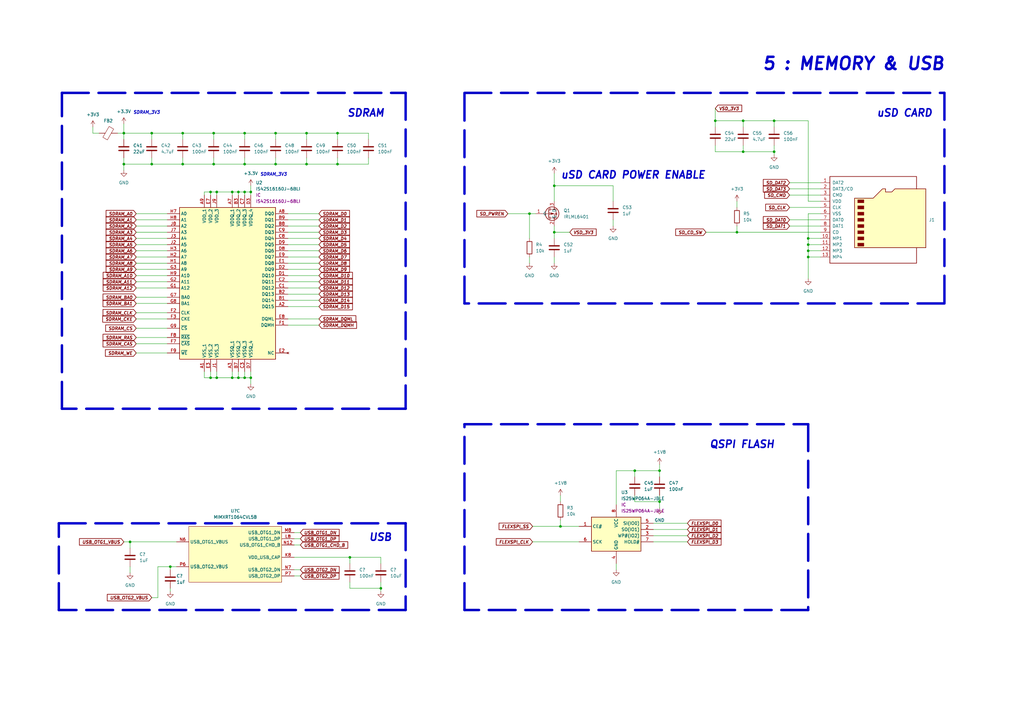
<source format=kicad_sch>
(kicad_sch (version 20211123) (generator eeschema)
  (paper "A3")
  (title_block (title "Memory & USB") (date "2023-05-19") (rev "0") (company "Soundsom"))
  (junction (at 125.73 54.61))
  (junction (at 102.87 78.74))
  (junction (at 143.51 228.6))
  (junction (at 270.51 205.74))
  (junction (at 74.93 67.31))
  (junction (at 95.25 154.94))
  (junction (at 87.63 67.31))
  (junction (at 62.23 67.31))
  (junction (at 74.93 54.61))
  (junction (at 88.9 78.74))
  (junction (at 229.87 215.9))
  (junction (at 331.47 100.33))
  (junction (at 217.17 87.63))
  (junction (at 156.21 241.3))
  (junction (at 97.79 154.94))
  (junction (at 331.47 102.87))
  (junction (at 317.5 62.23))
  (junction (at 102.87 154.94))
  (junction (at 331.47 97.79))
  (junction (at 62.23 54.61))
  (junction (at 86.36 78.74))
  (junction (at 87.63 54.61))
  (junction (at 100.33 67.31))
  (junction (at 331.47 105.41))
  (junction (at 227.33 95.25))
  (junction (at 304.8 62.23))
  (junction (at 138.43 67.31))
  (junction (at 302.26 95.25))
  (junction (at 113.03 67.31))
  (junction (at 95.25 78.74))
  (junction (at 50.8 67.31))
  (junction (at 125.73 67.31))
  (junction (at 50.8 54.61))
  (junction (at 100.33 54.61))
  (junction (at 260.35 193.04))
  (junction (at 317.5 49.53))
  (junction (at 53.34 222.25))
  (junction (at 304.8 49.53))
  (junction (at 138.43 54.61))
  (junction (at 227.33 76.2))
  (junction (at 270.51 193.04))
  (junction (at 97.79 78.74))
  (junction (at 88.9 154.94))
  (junction (at 293.37 49.53))
  (junction (at 100.33 154.94))
  (junction (at 113.03 54.61))
  (junction (at 86.36 154.94))
  (junction (at 100.33 78.74))
  (junction (at 69.85 232.41))
  (wire (pts (xy 156.21 231.14) (xy 156.21 228.6)))
  (wire (pts (xy 97.79 78.74) (xy 100.33 78.74)))
  (wire (pts (xy 120.65 228.6) (xy 143.51 228.6)))
  (wire (pts (xy 260.35 193.04) (xy 260.35 195.58)))
  (wire (pts (xy 95.25 78.74) (xy 95.25 80.01)))
  (wire (pts (xy 323.85 85.09) (xy 336.55 85.09)))
  (wire (pts (xy 74.93 67.31) (xy 62.23 67.31)))
  (wire (pts (xy 302.26 82.55) (xy 302.26 85.09)))
  (wire (pts (xy 55.88 90.17) (xy 68.58 90.17)))
  (wire (pts (xy 50.8 50.8) (xy 50.8 54.61)))
  (wire (pts (xy 95.25 78.74) (xy 97.79 78.74)))
  (wire (pts (xy 48.26 54.61) (xy 50.8 54.61)))
  (wire (pts (xy 260.35 205.74) (xy 270.51 205.74)))
  (wire (pts (xy 87.63 67.31) (xy 87.63 64.77)))
  (wire (pts (xy 251.46 82.55) (xy 251.46 76.2)))
  (wire (pts (xy 227.33 76.2) (xy 227.33 82.55)))
  (wire (pts (xy 227.33 92.71) (xy 227.33 95.25)))
  (wire (pts (xy 62.23 54.61) (xy 74.93 54.61)))
  (wire (pts (xy 267.97 219.71) (xy 281.94 219.71)))
  (wire (pts (xy 55.88 130.81) (xy 68.58 130.81)))
  (polyline (pts (xy 190.5 124.46) (xy 190.5 38.1)) (stroke (width 1)))
  (wire (pts (xy 55.88 105.41) (xy 68.58 105.41)))
  (wire (pts (xy 40.64 54.61) (xy 38.1 54.61)))
  (wire (pts (xy 97.79 78.74) (xy 97.79 80.01)))
  (wire (pts (xy 267.97 222.25) (xy 281.94 222.25)))
  (wire (pts (xy 87.63 54.61) (xy 87.63 57.15)))
  (wire (pts (xy 304.8 59.69) (xy 304.8 62.23)))
  (wire (pts (xy 100.33 78.74) (xy 100.33 80.01)))
  (polyline (pts (xy 331.47 250.19) (xy 190.5 250.19)) (stroke (width 1)))
  (wire (pts (xy 118.11 100.33) (xy 130.81 100.33)))
  (polyline (pts (xy 25.4 38.1) (xy 166.37 38.1)) (stroke (width 1)))
  (wire (pts (xy 125.73 67.31) (xy 113.03 67.31)))
  (wire (pts (xy 62.23 245.11) (xy 64.77 245.11)))
  (wire (pts (xy 55.88 134.62) (xy 68.58 134.62)))
  (wire (pts (xy 55.88 92.71) (xy 68.58 92.71)))
  (wire (pts (xy 102.87 154.94) (xy 102.87 157.48)))
  (wire (pts (xy 229.87 203.2) (xy 229.87 205.74)))
  (wire (pts (xy 100.33 67.31) (xy 100.33 64.77)))
  (wire (pts (xy 55.88 115.57) (xy 68.58 115.57)))
  (wire (pts (xy 229.87 215.9) (xy 229.87 213.36)))
  (wire (pts (xy 74.93 54.61) (xy 87.63 54.61)))
  (wire (pts (xy 55.88 128.27) (xy 68.58 128.27)))
  (wire (pts (xy 53.34 222.25) (xy 72.39 222.25)))
  (wire (pts (xy 138.43 67.31) (xy 125.73 67.31)))
  (wire (pts (xy 270.51 193.04) (xy 260.35 193.04)))
  (wire (pts (xy 86.36 152.4) (xy 86.36 154.94)))
  (wire (pts (xy 323.85 92.71) (xy 336.55 92.71)))
  (wire (pts (xy 55.88 107.95) (xy 68.58 107.95)))
  (wire (pts (xy 120.65 236.22) (xy 123.19 236.22)))
  (wire (pts (xy 317.5 59.69) (xy 317.5 62.23)))
  (wire (pts (xy 97.79 154.94) (xy 100.33 154.94)))
  (wire (pts (xy 74.93 54.61) (xy 74.93 57.15)))
  (wire (pts (xy 88.9 78.74) (xy 95.25 78.74)))
  (wire (pts (xy 88.9 78.74) (xy 88.9 80.01)))
  (wire (pts (xy 218.44 222.25) (xy 237.49 222.25)))
  (wire (pts (xy 118.11 125.73) (xy 130.81 125.73)))
  (polyline (pts (xy 24.13 214.63) (xy 166.37 214.63)) (stroke (width 1)))
  (wire (pts (xy 336.55 87.63) (xy 331.47 87.63)))
  (wire (pts (xy 97.79 152.4) (xy 97.79 154.94)))
  (wire (pts (xy 55.88 144.78) (xy 68.58 144.78)))
  (polyline (pts (xy 190.5 250.19) (xy 190.5 173.99)) (stroke (width 1)))
  (wire (pts (xy 83.82 80.01) (xy 83.82 78.74)))
  (wire (pts (xy 113.03 67.31) (xy 113.03 64.77)))
  (wire (pts (xy 331.47 100.33) (xy 336.55 100.33)))
  (wire (pts (xy 102.87 76.2) (xy 102.87 78.74)))
  (wire (pts (xy 118.11 110.49) (xy 130.81 110.49)))
  (wire (pts (xy 69.85 241.3) (xy 69.85 242.57)))
  (wire (pts (xy 118.11 90.17) (xy 130.81 90.17)))
  (wire (pts (xy 323.85 74.93) (xy 336.55 74.93)))
  (polyline (pts (xy 166.37 38.1) (xy 166.37 167.64)) (stroke (width 1)))
  (wire (pts (xy 55.88 138.43) (xy 68.58 138.43)))
  (wire (pts (xy 83.82 78.74) (xy 86.36 78.74)))
  (wire (pts (xy 50.8 222.25) (xy 53.34 222.25)))
  (wire (pts (xy 336.55 82.55) (xy 331.47 82.55)))
  (wire (pts (xy 138.43 54.61) (xy 151.13 54.61)))
  (wire (pts (xy 331.47 100.33) (xy 331.47 102.87)))
  (wire (pts (xy 302.26 92.71) (xy 302.26 95.25)))
  (wire (pts (xy 323.85 80.01) (xy 336.55 80.01)))
  (wire (pts (xy 208.28 87.63) (xy 217.17 87.63)))
  (wire (pts (xy 267.97 217.17) (xy 281.94 217.17)))
  (wire (pts (xy 218.44 215.9) (xy 229.87 215.9)))
  (wire (pts (xy 118.11 87.63) (xy 130.81 87.63)))
  (wire (pts (xy 227.33 95.25) (xy 233.68 95.25)))
  (wire (pts (xy 87.63 54.61) (xy 100.33 54.61)))
  (wire (pts (xy 125.73 67.31) (xy 125.73 64.77)))
  (wire (pts (xy 217.17 105.41) (xy 217.17 107.95)))
  (wire (pts (xy 86.36 78.74) (xy 86.36 80.01)))
  (wire (pts (xy 331.47 87.63) (xy 331.47 97.79)))
  (wire (pts (xy 156.21 228.6) (xy 143.51 228.6)))
  (wire (pts (xy 88.9 154.94) (xy 95.25 154.94)))
  (wire (pts (xy 64.77 232.41) (xy 64.77 245.11)))
  (wire (pts (xy 156.21 241.3) (xy 156.21 242.57)))
  (wire (pts (xy 251.46 76.2) (xy 227.33 76.2)))
  (wire (pts (xy 317.5 62.23) (xy 317.5 63.5)))
  (wire (pts (xy 69.85 232.41) (xy 72.39 232.41)))
  (wire (pts (xy 113.03 54.61) (xy 113.03 57.15)))
  (polyline (pts (xy 25.4 167.64) (xy 25.4 38.1)) (stroke (width 1)))
  (wire (pts (xy 151.13 67.31) (xy 138.43 67.31)))
  (wire (pts (xy 62.23 54.61) (xy 62.23 57.15)))
  (wire (pts (xy 120.65 233.68) (xy 123.19 233.68)))
  (wire (pts (xy 118.11 120.65) (xy 130.81 120.65)))
  (wire (pts (xy 64.77 232.41) (xy 69.85 232.41)))
  (wire (pts (xy 331.47 105.41) (xy 331.47 114.3)))
  (wire (pts (xy 55.88 124.46) (xy 68.58 124.46)))
  (wire (pts (xy 55.88 100.33) (xy 68.58 100.33)))
  (wire (pts (xy 118.11 105.41) (xy 130.81 105.41)))
  (wire (pts (xy 50.8 54.61) (xy 50.8 57.15)))
  (wire (pts (xy 113.03 54.61) (xy 125.73 54.61)))
  (wire (pts (xy 95.25 154.94) (xy 97.79 154.94)))
  (wire (pts (xy 270.51 205.74) (xy 270.51 208.28)))
  (wire (pts (xy 95.25 152.4) (xy 95.25 154.94)))
  (wire (pts (xy 55.88 113.03) (xy 68.58 113.03)))
  (wire (pts (xy 53.34 222.25) (xy 53.34 224.79)))
  (wire (pts (xy 331.47 105.41) (xy 336.55 105.41)))
  (wire (pts (xy 151.13 64.77) (xy 151.13 67.31)))
  (wire (pts (xy 138.43 54.61) (xy 138.43 57.15)))
  (wire (pts (xy 74.93 67.31) (xy 74.93 64.77)))
  (wire (pts (xy 69.85 232.41) (xy 69.85 233.68)))
  (wire (pts (xy 102.87 152.4) (xy 102.87 154.94)))
  (polyline (pts (xy 190.5 173.99) (xy 331.47 173.99)) (stroke (width 1)))
  (wire (pts (xy 227.33 71.12) (xy 227.33 76.2)))
  (polyline (pts (xy 387.35 124.46) (xy 190.5 124.46)) (stroke (width 1)))
  (wire (pts (xy 55.88 121.92) (xy 68.58 121.92)))
  (wire (pts (xy 323.85 77.47) (xy 336.55 77.47)))
  (wire (pts (xy 293.37 49.53) (xy 304.8 49.53)))
  (wire (pts (xy 118.11 133.35) (xy 130.81 133.35)))
  (wire (pts (xy 270.51 203.2) (xy 270.51 205.74)))
  (wire (pts (xy 87.63 67.31) (xy 74.93 67.31)))
  (wire (pts (xy 289.56 95.25) (xy 302.26 95.25)))
  (polyline (pts (xy 331.47 173.99) (xy 331.47 250.19)) (stroke (width 1)))
  (wire (pts (xy 55.88 95.25) (xy 68.58 95.25)))
  (wire (pts (xy 227.33 95.25) (xy 227.33 97.79)))
  (wire (pts (xy 125.73 54.61) (xy 125.73 57.15)))
  (wire (pts (xy 55.88 87.63) (xy 68.58 87.63)))
  (wire (pts (xy 55.88 97.79) (xy 68.58 97.79)))
  (wire (pts (xy 293.37 59.69) (xy 293.37 62.23)))
  (wire (pts (xy 118.11 130.81) (xy 130.81 130.81)))
  (wire (pts (xy 293.37 44.45) (xy 293.37 49.53)))
  (wire (pts (xy 118.11 115.57) (xy 130.81 115.57)))
  (wire (pts (xy 302.26 95.25) (xy 336.55 95.25)))
  (wire (pts (xy 50.8 67.31) (xy 50.8 64.77)))
  (wire (pts (xy 100.33 67.31) (xy 87.63 67.31)))
  (wire (pts (xy 100.33 54.61) (xy 100.33 57.15)))
  (wire (pts (xy 118.11 97.79) (xy 130.81 97.79)))
  (wire (pts (xy 143.51 231.14) (xy 143.51 228.6)))
  (wire (pts (xy 50.8 67.31) (xy 50.8 69.85)))
  (polyline (pts (xy 190.5 38.1) (xy 387.35 38.1)) (stroke (width 1)))
  (wire (pts (xy 100.33 54.61) (xy 113.03 54.61)))
  (wire (pts (xy 143.51 238.76) (xy 143.51 241.3)))
  (wire (pts (xy 143.51 241.3) (xy 156.21 241.3)))
  (wire (pts (xy 293.37 49.53) (xy 293.37 52.07)))
  (wire (pts (xy 120.65 218.44) (xy 123.19 218.44)))
  (wire (pts (xy 251.46 90.17) (xy 251.46 92.71)))
  (wire (pts (xy 118.11 118.11) (xy 130.81 118.11)))
  (wire (pts (xy 83.82 152.4) (xy 83.82 154.94)))
  (wire (pts (xy 237.49 215.9) (xy 229.87 215.9)))
  (wire (pts (xy 304.8 49.53) (xy 304.8 52.07)))
  (wire (pts (xy 331.47 97.79) (xy 336.55 97.79)))
  (wire (pts (xy 55.88 102.87) (xy 68.58 102.87)))
  (wire (pts (xy 260.35 203.2) (xy 260.35 205.74)))
  (polyline (pts (xy 166.37 167.64) (xy 25.4 167.64)) (stroke (width 1)))
  (wire (pts (xy 118.11 95.25) (xy 130.81 95.25)))
  (wire (pts (xy 125.73 54.61) (xy 138.43 54.61)))
  (polyline (pts (xy 166.37 214.63) (xy 166.37 250.19)) (stroke (width 1)))
  (wire (pts (xy 118.11 107.95) (xy 130.81 107.95)))
  (wire (pts (xy 156.21 238.76) (xy 156.21 241.3)))
  (wire (pts (xy 252.73 231.14) (xy 252.73 233.68)))
  (wire (pts (xy 304.8 62.23) (xy 317.5 62.23)))
  (wire (pts (xy 86.36 154.94) (xy 88.9 154.94)))
  (wire (pts (xy 50.8 54.61) (xy 62.23 54.61)))
  (wire (pts (xy 331.47 97.79) (xy 331.47 100.33)))
  (wire (pts (xy 100.33 152.4) (xy 100.33 154.94)))
  (wire (pts (xy 88.9 152.4) (xy 88.9 154.94)))
  (wire (pts (xy 102.87 78.74) (xy 102.87 80.01)))
  (wire (pts (xy 55.88 140.97) (xy 68.58 140.97)))
  (wire (pts (xy 331.47 49.53) (xy 317.5 49.53)))
  (wire (pts (xy 120.65 220.98) (xy 123.19 220.98)))
  (wire (pts (xy 217.17 87.63) (xy 219.71 87.63)))
  (wire (pts (xy 252.73 193.04) (xy 260.35 193.04)))
  (wire (pts (xy 38.1 54.61) (xy 38.1 52.07)))
  (wire (pts (xy 113.03 67.31) (xy 100.33 67.31)))
  (wire (pts (xy 304.8 49.53) (xy 317.5 49.53)))
  (wire (pts (xy 270.51 195.58) (xy 270.51 193.04)))
  (wire (pts (xy 55.88 118.11) (xy 68.58 118.11)))
  (wire (pts (xy 53.34 232.41) (xy 53.34 234.95)))
  (wire (pts (xy 118.11 92.71) (xy 130.81 92.71)))
  (wire (pts (xy 62.23 67.31) (xy 50.8 67.31)))
  (wire (pts (xy 252.73 207.01) (xy 252.73 193.04)))
  (wire (pts (xy 331.47 49.53) (xy 331.47 82.55)))
  (wire (pts (xy 267.97 214.63) (xy 281.94 214.63)))
  (wire (pts (xy 62.23 67.31) (xy 62.23 64.77)))
  (wire (pts (xy 331.47 102.87) (xy 331.47 105.41)))
  (wire (pts (xy 100.33 78.74) (xy 102.87 78.74)))
  (wire (pts (xy 118.11 102.87) (xy 130.81 102.87)))
  (wire (pts (xy 118.11 113.03) (xy 130.81 113.03)))
  (wire (pts (xy 331.47 102.87) (xy 336.55 102.87)))
  (wire (pts (xy 323.85 90.17) (xy 336.55 90.17)))
  (polyline (pts (xy 387.35 38.1) (xy 387.35 124.46)) (stroke (width 1)))
  (polyline (pts (xy 166.37 250.19) (xy 24.13 250.19)) (stroke (width 1)))
  (wire (pts (xy 120.65 223.52) (xy 123.19 223.52)))
  (wire (pts (xy 138.43 67.31) (xy 138.43 64.77)))
  (wire (pts (xy 293.37 62.23) (xy 304.8 62.23)))
  (wire (pts (xy 83.82 154.94) (xy 86.36 154.94)))
  (wire (pts (xy 118.11 123.19) (xy 130.81 123.19)))
  (wire (pts (xy 270.51 190.5) (xy 270.51 193.04)))
  (wire (pts (xy 151.13 54.61) (xy 151.13 57.15)))
  (wire (pts (xy 86.36 78.74) (xy 88.9 78.74)))
  (wire (pts (xy 217.17 87.63) (xy 217.17 97.79)))
  (wire (pts (xy 227.33 105.41) (xy 227.33 107.95)))
  (wire (pts (xy 100.33 154.94) (xy 102.87 154.94)))
  (wire (pts (xy 55.88 110.49) (xy 68.58 110.49)))
  (polyline (pts (xy 24.13 250.19) (xy 24.13 214.63)) (stroke (width 1)))
  (wire (pts (xy 317.5 52.07) (xy 317.5 49.53)))
  (text "QSPI FLASH" (at 290.83 184.15 0) (effects (font (size 3 3) bold italic) (justify left bottom)))
  (text "uSD CARD POWER ENABLE" (at 229.87 73.66 0) (effects (font (size 3 3) bold italic) (justify left bottom)))
  (text "SDRAM" (at 142.24 48.26 0) (effects (font (size 3 3) bold italic) (justify left bottom)))
  (text "5 : MEMORY & USB" (at 312.42 29.21 0) (effects (font (size 5 5) bold italic) (justify left bottom)))
  (text "uSD CARD" (at 359.41 48.26 0) (effects (font (size 3 3) bold italic) (justify left bottom)))
  (text "USB" (at 151.13 222.25 0) (effects (font (size 3 3) bold italic) (justify left bottom)))
  (text "SDRAM_3V3" (at 54.61 46.99 0) (effects (font (size 1.27 1.27) (thickness 0.254) bold italic) (justify left bottom)))
  (text "SDRAM_3V3" (at 106.68 72.39 0) (effects (font (size 1.27 1.27) (thickness 0.254) bold italic) (justify left bottom)))
  (global_label "SDRAM_D13" (shape input) (at 130.81 120.65 0) (effects (font (thickness 0.254) bold italic)) (property "Intersheet References" "${INTERSHEET_REFS}" (effects hide)))
  (global_label "SD_DAT2" (shape input) (at 323.85 74.93 180) (effects (font (thickness 0.254) bold italic)) (property "Intersheet References" "${INTERSHEET_REFS}" (effects hide)))
  (global_label "VSD_3V3" (shape input) (at 293.37 44.45 0) (effects (font bold italic)) (property "Intersheet References" "${INTERSHEET_REFS}" (effects hide)))
  (global_label "SDRAM_DQMH" (shape input) (at 130.81 133.35 0) (effects (font (thickness 0.254) bold italic)) (property "Intersheet References" "${INTERSHEET_REFS}" (effects hide)))
  (global_label "SDRAM_CLK" (shape input) (at 55.88 128.27 180) (effects (font (thickness 0.254) bold italic)) (property "Intersheet References" "${INTERSHEET_REFS}" (effects hide)))
  (global_label "SDRAM_D8" (shape input) (at 130.81 107.95 0) (effects (font (thickness 0.254) bold italic)) (property "Intersheet References" "${INTERSHEET_REFS}" (effects hide)))
  (global_label "SDRAM_CKE" (shape input) (at 55.88 130.81 180) (effects (font (thickness 0.254) bold italic)) (property "Intersheet References" "${INTERSHEET_REFS}" (effects hide)))
  (global_label "SD_PWREN" (shape input) (at 208.28 87.63 180) (effects (font bold italic)) (property "Intersheet References" "${INTERSHEET_REFS}" (effects hide)))
  (global_label "SDRAM_D0" (shape input) (at 130.81 87.63 0) (effects (font (thickness 0.254) bold italic)) (property "Intersheet References" "${INTERSHEET_REFS}" (effects hide)))
  (global_label "SDRAM_CAS" (shape input) (at 55.88 140.97 180) (effects (font (thickness 0.254) bold italic)) (property "Intersheet References" "${INTERSHEET_REFS}" (effects hide)))
  (global_label "USB_OTG1_DP" (shape input) (at 123.19 220.98 0) (effects (font bold italic)) (property "Intersheet References" "${INTERSHEET_REFS}" (effects hide)))
  (global_label "SDRAM_D4" (shape input) (at 130.81 97.79 0) (effects (font (thickness 0.254) bold italic)) (property "Intersheet References" "${INTERSHEET_REFS}" (effects hide)))
  (global_label "FLEXSPI_D1" (shape input) (at 281.94 217.17 0) (effects (font (thickness 0.254) bold italic)) (property "Intersheet References" "${INTERSHEET_REFS}" (effects hide)))
  (global_label "SDRAM_D7" (shape input) (at 130.81 105.41 0) (effects (font (thickness 0.254) bold italic)) (property "Intersheet References" "${INTERSHEET_REFS}" (effects hide)))
  (global_label "SD_DAT0" (shape input) (at 323.85 90.17 180) (effects (font (thickness 0.254) bold italic)) (property "Intersheet References" "${INTERSHEET_REFS}" (effects hide)))
  (global_label "SDRAM_D6" (shape input) (at 130.81 102.87 0) (effects (font (thickness 0.254) bold italic)) (property "Intersheet References" "${INTERSHEET_REFS}" (effects hide)))
  (global_label "SDRAM_BA1" (shape input) (at 55.88 124.46 180) (effects (font (thickness 0.254) bold italic)) (property "Intersheet References" "${INTERSHEET_REFS}" (effects hide)))
  (global_label "SD_CLK" (shape input) (at 323.85 85.09 180) (effects (font (thickness 0.254) bold italic)) (property "Intersheet References" "${INTERSHEET_REFS}" (effects hide)))
  (global_label "FLEXSPI_CLK" (shape input) (at 218.44 222.25 180) (effects (font (thickness 0.254) bold italic)) (property "Intersheet References" "${INTERSHEET_REFS}" (effects hide)))
  (global_label "SDRAM_D9" (shape input) (at 130.81 110.49 0) (effects (font (thickness 0.254) bold italic)) (property "Intersheet References" "${INTERSHEET_REFS}" (effects hide)))
  (global_label "USB_OTG1_CHD_B" (shape input) (at 123.19 223.52 0) (effects (font bold italic)) (property "Intersheet References" "${INTERSHEET_REFS}" (effects hide)))
  (global_label "USB_OTG1_DN" (shape input) (at 123.19 218.44 0) (effects (font bold italic)) (property "Intersheet References" "${INTERSHEET_REFS}" (effects hide)))
  (global_label "FLEXSPI_D0" (shape input) (at 281.94 214.63 0) (effects (font (thickness 0.254) bold italic)) (property "Intersheet References" "${INTERSHEET_REFS}" (effects hide)))
  (global_label "SDRAM_CS" (shape input) (at 55.88 134.62 180) (effects (font (thickness 0.254) bold italic)) (property "Intersheet References" "${INTERSHEET_REFS}" (effects hide)))
  (global_label "SDRAM_D11" (shape input) (at 130.81 115.57 0) (effects (font (thickness 0.254) bold italic)) (property "Intersheet References" "${INTERSHEET_REFS}" (effects hide)))
  (global_label "SDRAM_D3" (shape input) (at 130.81 95.25 0) (effects (font (thickness 0.254) bold italic)) (property "Intersheet References" "${INTERSHEET_REFS}" (effects hide)))
  (global_label "SDRAM_A11" (shape input) (at 55.88 115.57 180) (effects (font (thickness 0.254) bold italic)) (property "Intersheet References" "${INTERSHEET_REFS}" (effects hide)))
  (global_label "SDRAM_D5" (shape input) (at 130.81 100.33 0) (effects (font (thickness 0.254) bold italic)) (property "Intersheet References" "${INTERSHEET_REFS}" (effects hide)))
  (global_label "SDRAM_RAS" (shape input) (at 55.88 138.43 180) (effects (font (thickness 0.254) bold italic)) (property "Intersheet References" "${INTERSHEET_REFS}" (effects hide)))
  (global_label "SD_DAT3" (shape input) (at 323.85 77.47 180) (effects (font (thickness 0.254) bold italic)) (property "Intersheet References" "${INTERSHEET_REFS}" (effects hide)))
  (global_label "SDRAM_WE" (shape input) (at 55.88 144.78 180) (effects (font (thickness 0.254) bold italic)) (property "Intersheet References" "${INTERSHEET_REFS}" (effects hide)))
  (global_label "SDRAM_A0" (shape input) (at 55.88 87.63 180) (effects (font (thickness 0.254) bold italic)) (property "Intersheet References" "${INTERSHEET_REFS}" (effects hide)))
  (global_label "SDRAM_A1" (shape input) (at 55.88 90.17 180) (effects (font (thickness 0.254) bold italic)) (property "Intersheet References" "${INTERSHEET_REFS}" (effects hide)))
  (global_label "VSD_3V3" (shape input) (at 233.68 95.25 0) (effects (font bold italic)) (property "Intersheet References" "${INTERSHEET_REFS}" (effects hide)))
  (global_label "SDRAM_A3" (shape input) (at 55.88 95.25 180) (effects (font (thickness 0.254) bold italic)) (property "Intersheet References" "${INTERSHEET_REFS}" (effects hide)))
  (global_label "SDRAM_A12" (shape input) (at 55.88 118.11 180) (effects (font (thickness 0.254) bold italic)) (property "Intersheet References" "${INTERSHEET_REFS}" (effects hide)))
  (global_label "SDRAM_A9" (shape input) (at 55.88 110.49 180) (effects (font (thickness 0.254) bold italic)) (property "Intersheet References" "${INTERSHEET_REFS}" (effects hide)))
  (global_label "SDRAM_A4" (shape input) (at 55.88 97.79 180) (effects (font (thickness 0.254) bold italic)) (property "Intersheet References" "${INTERSHEET_REFS}" (effects hide)))
  (global_label "SDRAM_D15" (shape input) (at 130.81 125.73 0) (effects (font (thickness 0.254) bold italic)) (property "Intersheet References" "${INTERSHEET_REFS}" (effects hide)))
  (global_label "USB_OTG2_VBUS" (shape input) (at 62.23 245.11 180) (effects (font bold italic)) (property "Intersheet References" "${INTERSHEET_REFS}" (effects hide)))
  (global_label "USB_OTG2_DP" (shape input) (at 123.19 236.22 0) (effects (font bold italic)) (property "Intersheet References" "${INTERSHEET_REFS}" (effects hide)))
  (global_label "SD_DAT1" (shape input) (at 323.85 92.71 180) (effects (font (thickness 0.254) bold italic)) (property "Intersheet References" "${INTERSHEET_REFS}" (effects hide)))
  (global_label "SD_CMD" (shape input) (at 323.85 80.01 180) (effects (font (thickness 0.254) bold italic)) (property "Intersheet References" "${INTERSHEET_REFS}" (effects hide)))
  (global_label "SDRAM_D1" (shape input) (at 130.81 90.17 0) (effects (font (thickness 0.254) bold italic)) (property "Intersheet References" "${INTERSHEET_REFS}" (effects hide)))
  (global_label "SDRAM_A2" (shape input) (at 55.88 92.71 180) (effects (font (thickness 0.254) bold italic)) (property "Intersheet References" "${INTERSHEET_REFS}" (effects hide)))
  (global_label "FLEXSPI_SS" (shape input) (at 218.44 215.9 180) (effects (font (thickness 0.254) bold italic)) (property "Intersheet References" "${INTERSHEET_REFS}" (effects hide)))
  (global_label "SDRAM_D2" (shape input) (at 130.81 92.71 0) (effects (font (thickness 0.254) bold italic)) (property "Intersheet References" "${INTERSHEET_REFS}" (effects hide)))
  (global_label "SDRAM_A7" (shape input) (at 55.88 105.41 180) (effects (font (thickness 0.254) bold italic)) (property "Intersheet References" "${INTERSHEET_REFS}" (effects hide)))
  (global_label "USB_OTG1_VBUS" (shape input) (at 50.8 222.25 180) (effects (font bold italic)) (property "Intersheet References" "${INTERSHEET_REFS}" (effects hide)))
  (global_label "SDRAM_A10" (shape input) (at 55.88 113.03 180) (effects (font (thickness 0.254) bold italic)) (property "Intersheet References" "${INTERSHEET_REFS}" (effects hide)))
  (global_label "SD_CD_SW" (shape input) (at 289.56 95.25 180) (effects (font bold italic)) (property "Intersheet References" "${INTERSHEET_REFS}" (effects hide)))
  (global_label "USB_OTG2_DN" (shape input) (at 123.19 233.68 0) (effects (font bold italic)) (property "Intersheet References" "${INTERSHEET_REFS}" (effects hide)))
  (global_label "SDRAM_BA0" (shape input) (at 55.88 121.92 180) (effects (font (thickness 0.254) bold italic)) (property "Intersheet References" "${INTERSHEET_REFS}" (effects hide)))
  (global_label "FLEXSPI_D3" (shape input) (at 281.94 222.25 0) (effects (font (thickness 0.254) bold italic)) (property "Intersheet References" "${INTERSHEET_REFS}" (effects hide)))
  (global_label "SDRAM_D10" (shape input) (at 130.81 113.03 0) (effects (font (thickness 0.254) bold italic)) (property "Intersheet References" "${INTERSHEET_REFS}" (effects hide)))
  (global_label "SDRAM_A6" (shape input) (at 55.88 102.87 180) (effects (font (thickness 0.254) bold italic)) (property "Intersheet References" "${INTERSHEET_REFS}" (effects hide)))
  (global_label "SDRAM_A8" (shape input) (at 55.88 107.95 180) (effects (font (thickness 0.254) bold italic)) (property "Intersheet References" "${INTERSHEET_REFS}" (effects hide)))
  (global_label "FLEXSPI_D2" (shape input) (at 281.94 219.71 0) (effects (font (thickness 0.254) bold italic)) (property "Intersheet References" "${INTERSHEET_REFS}" (effects hide)))
  (global_label "SDRAM_D12" (shape input) (at 130.81 118.11 0) (effects (font (thickness 0.254) bold italic)) (property "Intersheet References" "${INTERSHEET_REFS}" (effects hide)))
  (global_label "SDRAM_DQML" (shape input) (at 130.81 130.81 0) (effects (font (thickness 0.254) bold italic)) (property "Intersheet References" "${INTERSHEET_REFS}" (effects hide)))
  (global_label "SDRAM_D14" (shape input) (at 130.81 123.19 0) (effects (font (thickness 0.254) bold italic)) (property "Intersheet References" "${INTERSHEET_REFS}" (effects hide)))
  (global_label "SDRAM_A5" (shape input) (at 55.88 100.33 180) (effects (font (thickness 0.254) bold italic)) (property "Intersheet References" "${INTERSHEET_REFS}" (effects hide)))
  (symbol (lib_id "MIMXRT1064 MCU Module:CL05A105KA5NQNC") (at 69.85 237.49 0) (unit 1)
    (property "Reference" "C?" (at 72.39 236.22 0) (effects (justify left)))
    (property "Value" "1uF" (at 72.39 238.76 0) (effects (justify left)))
    (property "Footprint" "MIMXRT1064 MCU Module:0402_CL05A105KA5NQNC" (effects hide))
  )
  (symbol (lib_id "MIMXRT1064 MCU Module:CL05B104KB54PNC") (at 113.03 60.96 0) (unit 1)
    (property "Reference" "C48" (at 116.84 59.6899 0) (effects (justify left)))
    (property "Value" "100nF" (at 116.84 62.2299 0) (effects (justify left)))
    (property "Footprint" "MIMXRT1064 MCU Module:0402_CL05B104KB54PNC" (effects hide))
  )
  (symbol (lib_id "MIMXRT1064 MCU Module:CL05B104KB54PNC") (at 270.51 199.39 0) (unit 1)
    (property "Reference" "C47" (at 274.32 198.1199 0) (effects (justify left)))
    (property "Value" "100nF" (at 274.32 200.6599 0) (effects (justify left)))
    (property "Footprint" "MIMXRT1064 MCU Module:0402_CL05B104KB54PNC" (effects hide))
  )
  (symbol (lib_id "MIMXRT1064 MCU Module:CL05B104KB54PNC") (at 143.51 234.95 0) (unit 1)
    (property "Reference" "C?" (at 147.32 233.6799 0) (effects (justify left)))
    (property "Value" "100nF" (at 147.32 236.2199 0) (effects (justify left)))
    (property "Footprint" "MIMXRT1064 MCU Module:0402_CL05B104KB54PNC" (effects hide))
  )
  (symbol (lib_id "power:GND") (at 270.51 208.28 0) (unit 1)
    (property "Reference" "#PWR039" (effects hide))
    (property "Value" "GND" (at 270.51 213.36 0))
  )
  (symbol (lib_id "MIMXRT1064 MCU Module:CL05B104KB54PNC") (at 151.13 60.96 0) (unit 1)
    (property "Reference" "C51" (at 154.94 59.6899 0) (effects (justify left)))
    (property "Value" "100nF" (at 154.94 62.2299 0) (effects (justify left)))
    (property "Footprint" "MIMXRT1064 MCU Module:0402_CL05B104KB54PNC" (effects hide))
  )
  (symbol (lib_id "MIMXRT1064 MCU Module:CL05B104KB54PNC") (at 317.5 55.88 0) (unit 1)
    (property "Reference" "C56" (at 321.31 54.6099 0) (effects (justify left)))
    (property "Value" "100nF" (at 321.31 57.1499 0) (effects (justify left)))
    (property "Footprint" "MIMXRT1064 MCU Module:0402_CL05B104KB54PNC" (effects hide))
  )
  (symbol (lib_id "power:GND") (at 50.8 69.85 0) (unit 1)
    (property "Reference" "#PWR033" (effects hide))
    (property "Value" "GND" (at 50.8 74.93 0))
  )
  (symbol (lib_id "MIMXRT1064 MCU Module:CL05A105KA5NQNC") (at 260.35 199.39 0) (unit 1)
    (property "Reference" "C45" (at 264.16 198.1199 0) (effects (justify left)))
    (property "Value" "1uF" (at 264.16 200.6599 0) (effects (justify left)))
    (property "Footprint" "MIMXRT1064 MCU Module:0402_CL05A105KA5NQNC" (effects hide))
  )
  (symbol (lib_id "MIMXRT1064 MCU Module:CL05B104KB54PNC") (at 74.93 60.96 0) (unit 1)
    (property "Reference" "C43" (at 78.74 59.6899 0) (effects (justify left)))
    (property "Value" "100nF" (at 78.74 62.2299 0) (effects (justify left)))
    (property "Footprint" "MIMXRT1064 MCU Module:0402_CL05B104KB54PNC" (effects hide))
  )
  (symbol (lib_id "MIMXRT1064 MCU Module:IRLML6401") (at 227.33 87.63 0) (unit 1)
    (property "Reference" "Q1" (at 231.14 86.3599 0) (effects (justify left)))
    (property "Value" "IRLML6401" (at 231.14 88.8999 0) (effects (justify left)))
    (property "Footprint" "MIMXRT1064 MCU Module:IRLML6401" (effects hide))
  )
  (symbol (lib_id "MIMXRT1064 MCU Module:0402WGF1002TCE") (at 217.17 101.6 0) (unit 1)
    (property "Reference" "R4" (at 219.71 100.3299 0) (effects (justify left)))
    (property "Value" "10k" (at 219.71 102.8699 0) (effects (justify left)))
    (property "Footprint" "MIMXRT1064 MCU Module:0402WGF1002TCE" (effects hide))
  )
  (symbol (lib_id "MIMXRT1064 MCU Module:CL10A226MQ8NRNC") (at 50.8 60.96 0) (unit 1)
    (property "Reference" "C41" (at 54.61 59.6899 0) (effects (justify left)))
    (property "Value" "22uF" (at 54.61 62.2299 0) (effects (justify left)))
    (property "Footprint" "MIMXRT1064 MCU Module:0603_CL10A226MQ8NRNC" (effects hide))
  )
  (symbol (lib_id "power:GND") (at 251.46 92.71 0) (unit 1)
    (property "Reference" "#PWR043" (effects hide))
    (property "Value" "GND" (at 251.46 97.79 0))
  )
  (symbol (lib_id "MIMXRT1064 MCU Module:CL05B104KB54PNC") (at 87.63 60.96 0) (unit 1)
    (property "Reference" "C44" (at 91.44 59.6899 0) (effects (justify left)))
    (property "Value" "100nF" (at 91.44 62.2299 0) (effects (justify left)))
    (property "Footprint" "MIMXRT1064 MCU Module:0402_CL05B104KB54PNC" (effects hide))
  )
  (symbol (lib_id "MIMXRT1064 MCU Module:CL05B104KB54PNC") (at 100.33 60.96 0) (unit 1)
    (property "Reference" "C46" (at 104.14 59.6899 0) (effects (justify left)))
    (property "Value" "100nF" (at 104.14 62.2299 0) (effects (justify left)))
    (property "Footprint" "MIMXRT1064 MCU Module:0402_CL05B104KB54PNC" (effects hide))
  )
  (symbol (lib_id "MIMXRT1064 MCU Module:0402WGF1002TCE") (at 229.87 209.55 0) (unit 1)
    (property "Reference" "R3" (at 232.41 208.2799 0) (effects (justify left)))
    (property "Value" "10k" (at 232.41 210.8199 0) (effects (justify left)))
    (property "Footprint" "MIMXRT1064 MCU Module:0402WGF1002TCE" (effects hide))
  )
  (symbol (lib_id "power:+3V3") (at 38.1 52.07 0) (unit 1)
    (property "Reference" "#PWR031" (effects hide))
    (property "Value" "+3V3" (at 38.1 46.99 0))
  )
  (symbol (lib_id "MIMXRT1064 MCU Module:MIMXRT1064CVL5B") (at 96.52 227.33 0) (unit 3)
    (property "Reference" "U?" (at 96.52 209.55 0))
    (property "Value" "MIMXRT1064CVL5B" (at 96.52 212.09 0))
    (property "Footprint" "MIMXRT1064 MCU Module:MIMXRT1064CVL5B" (effects hide))
  )
  (symbol (lib_id "MIMXRT1064 MCU Module:TF-15x15") (at 360.68 90.17 0) (unit 1)
    (property "Reference" "J1" (at 381 90.1699 0) (effects (justify left)))
    (property "Value" "TF-15x15" (effects hide))
    (property "Footprint" "MIMXRT1064 MCU Module:TF-15x15_smd" (effects hide))
    (property "Datasheet" "http://katalog.we-online.de/em/datasheet/693072010801.pdf" (effects hide))
  )
  (symbol (lib_id "MIMXRT1064 MCU Module:CL05A105KA5NQNC") (at 227.33 101.6 0) (unit 1)
    (property "Reference" "C52" (at 231.14 100.3299 0) (effects (justify left)))
    (property "Value" "1uF" (at 231.14 102.8699 0) (effects (justify left)))
    (property "Footprint" "MIMXRT1064 MCU Module:0402_CL05A105KA5NQNC" (effects hide))
  )
  (symbol (lib_id "MIMXRT1064 MCU Module:IS42S16160J-6BLI") (at 68.58 87.63 0) (unit 1)
    (property "Reference" "U2" (at 104.8894 74.93 0) (effects (justify left)))
    (property "Value" "IS42S16160J-6BLI" (at 104.8894 77.47 0) (effects (justify left)))
    (property "Footprint" "MIMXRT1064 MCU Module:IS42S16160J-6BLI" (effects hide))
    (property "Reference_1" "IC" (at 104.8894 80.01 0) (effects (justify left)))
    (property "Value_1" "IS42S16160J-6BLI" (at 104.8894 82.55 0) (effects (justify left)))
    (property "Footprint_1" "BGA54C80P9X9_800X800X120" (effects hide))
    (property "Datasheet_1" "http://www.issi.com/WW/pdf/42-45S83200J-16160J.pdf" (effects hide))
    (property "Height" "1.2" (effects hide))
    (property "Manufacturer_Name" "Integrated Silicon Solution Inc." (effects hide))
    (property "Manufacturer_Part_Number" "IS42S16160J-6BLI" (effects hide))
    (property "Mouser Part Number" "870-42S16160J6BLI" (effects hide))
    (property "Mouser Price/Stock" "https://www.mouser.co.uk/ProductDetail/ISSI/IS42S16160J-6BLI?qs=bHq4TaS7gBeegvGnUO%252BBjw%3D%3D" (effects hide))
    (property "Arrow Part Number" "IS42S16160J-6BLI" (effects hide))
    (property "Arrow Price/Stock" "https://www.arrow.com/en/products/is42s16160j-6bli/integrated-silicon-solution-inc?region=nac" (effects hide))
  )
  (symbol (lib_id "power:GND") (at 227.33 107.95 0) (unit 1)
    (property "Reference" "#PWR042" (effects hide))
    (property "Value" "GND" (at 227.33 113.03 0))
  )
  (symbol (lib_id "MIMXRT1064 MCU Module:CL05B104KB54PNC") (at 125.73 60.96 0) (unit 1)
    (property "Reference" "C49" (at 129.54 59.6899 0) (effects (justify left)))
    (property "Value" "100nF" (at 129.54 62.2299 0) (effects (justify left)))
    (property "Footprint" "MIMXRT1064 MCU Module:0402_CL05B104KB54PNC" (effects hide))
  )
  (symbol (lib_id "power:GND") (at 53.34 234.95 0) (unit 1)
    (property "Reference" "#PWR?" (effects hide))
    (property "Value" "GND" (at 53.34 240.03 0))
  )
  (symbol (lib_id "MIMXRT1064 MCU Module:IS25WP064A-JBLE") (at 240.03 214.63 0) (unit 1)
    (property "Reference" "U3" (at 254.7494 201.93 0) (effects (justify left)))
    (property "Value" "IS25WP064A-JBLE" (at 254.7494 204.47 0) (effects (justify left)))
    (property "Footprint" "MIMXRT1064 MCU Module:IS25WP064A-JBLE" (effects hide))
    (property "Reference_1" "IC" (at 254.7494 207.01 0) (effects (justify left)))
    (property "Value_1" "IS25WP064A-JBLE" (at 254.7494 209.55 0) (effects (justify left)))
    (property "Footprint_1" "SOIC127P790X216-8N" (effects hide))
    (property "Datasheet_1" "https://www.arrow.com/en/products/is25wp064a-jble/integrated-silicon-solution-inc" (effects hide))
    (property "Height" "2.16" (effects hide))
    (property "Manufacturer_Name" "Integrated Silicon Solution Inc." (effects hide))
    (property "Manufacturer_Part_Number" "IS25WP064A-JBLE" (effects hide))
    (property "Mouser Part Number" "870-IS25WP064A-JBLE" (effects hide))
    (property "Mouser Price/Stock" "https://www.mouser.co.uk/ProductDetail/ISSI/IS25WP064A-JBLE?qs=TO8kDJPmCBR51kXJGmljCw%3D%3D" (effects hide))
    (property "Arrow Part Number" "IS25WP064A-JBLE" (effects hide))
    (property "Arrow Price/Stock" "https://www.arrow.com/en/products/is25wp064a-jble/integrated-silicon-solution-inc" (effects hide))
  )
  (symbol (lib_id "power:GND") (at 102.87 157.48 0) (unit 1)
    (property "Reference" "#PWR037" (effects hide))
    (property "Value" "GND" (at 102.87 162.56 0))
  )
  (symbol (lib_id "MIMXRT1064 MCU Module:CL10A106KP8NNNC") (at 156.21 234.95 0) (unit 1)
    (property "Reference" "C?" (at 160.02 233.6799 0) (effects (justify left)))
    (property "Value" "10uF" (at 160.02 236.2199 0) (effects (justify left)))
    (property "Footprint" "MIMXRT1064 MCU Module:0603_CL10A106KP8NNNC" (effects hide))
  )
  (symbol (lib_id "power:GND") (at 331.47 114.3 0) (unit 1)
    (property "Reference" "#PWR046" (effects hide))
    (property "Value" "GND" (at 331.47 119.38 0))
  )
  (symbol (lib_id "power:+3.3V") (at 102.87 76.2 0) (unit 1)
    (property "Reference" "#PWR036" (effects hide))
    (property "Value" "+3.3V" (at 102.87 71.12 0))
  )
  (symbol (lib_id "MIMXRT1064 MCU Module:CL10A226MQ8NRNC") (at 293.37 55.88 0) (unit 1)
    (property "Reference" "C54" (at 297.18 54.6099 0) (effects (justify left)))
    (property "Value" "22uF" (at 297.18 57.1499 0) (effects (justify left)))
    (property "Footprint" "MIMXRT1064 MCU Module:0603_CL10A226MQ8NRNC" (effects hide))
  )
  (symbol (lib_id "power:+1V8") (at 229.87 203.2 0) (unit 1)
    (property "Reference" "#PWR034" (effects hide))
    (property "Value" "+1V8" (at 229.87 198.12 0))
  )
  (symbol (lib_id "MIMXRT1064 MCU Module:0402WGF1002TCE") (at 302.26 88.9 0) (unit 1)
    (property "Reference" "R5" (at 304.8 87.6299 0) (effects (justify left)))
    (property "Value" "10k" (at 304.8 90.1699 0) (effects (justify left)))
    (property "Footprint" "MIMXRT1064 MCU Module:0402WGF1002TCE" (effects hide))
  )
  (symbol (lib_id "MIMXRT1064 MCU Module:CL05A475MP5NRNC") (at 304.8 55.88 0) (unit 1)
    (property "Reference" "C55" (at 308.61 54.6099 0) (effects (justify left)))
    (property "Value" "4.7uF" (at 308.61 57.1499 0) (effects (justify left)))
    (property "Footprint" "MIMXRT1064 MCU Module:0402_CL05A475MP5NRNC" (effects hide))
  )
  (symbol (lib_id "MIMXRT1064 MCU Module:CL05A475MP5NRNC") (at 62.23 60.96 0) (unit 1)
    (property "Reference" "C42" (at 66.04 59.6899 0) (effects (justify left)))
    (property "Value" "4.7uF" (at 66.04 62.2299 0) (effects (justify left)))
    (property "Footprint" "MIMXRT1064 MCU Module:0402_CL05A475MP5NRNC" (effects hide))
  )
  (symbol (lib_id "power:+3V3") (at 302.26 82.55 0) (unit 1)
    (property "Reference" "#PWR044" (effects hide))
    (property "Value" "+3V3" (at 302.26 77.47 0))
  )
  (symbol (lib_id "power:GND") (at 217.17 107.95 0) (unit 1)
    (property "Reference" "#PWR040" (effects hide))
    (property "Value" "GND" (at 217.17 113.03 0))
  )
  (symbol (lib_id "MIMXRT1064 MCU Module:BLM18AG121SN1D") (at 44.45 54.61 90) (unit 1)
    (property "Reference" "FB2" (at 44.3992 49.53 90))
    (property "Value" "BLM18AG121SN1D" (effects hide))
    (property "Footprint" "MIMXRT1064 MCU Module:0603_BLM18AG121SN1D" (effects hide))
  )
  (symbol (lib_id "MIMXRT1064 MCU Module:CL05A105KA5NQNC") (at 53.34 228.6 0) (unit 1)
    (property "Reference" "C?" (at 57.15 227.3299 0) (effects (justify left)))
    (property "Value" "1uF" (at 57.15 229.8699 0) (effects (justify left)))
    (property "Footprint" "MIMXRT1064 MCU Module:0402_CL05A105KA5NQNC" (effects hide))
  )
  (symbol (lib_id "MIMXRT1064 MCU Module:CL05B104KB54PNC") (at 138.43 60.96 0) (unit 1)
    (property "Reference" "C50" (at 142.24 59.6899 0) (effects (justify left)))
    (property "Value" "100nF" (at 142.24 62.2299 0) (effects (justify left)))
    (property "Footprint" "MIMXRT1064 MCU Module:0402_CL05B104KB54PNC" (effects hide))
  )
  (symbol (lib_id "power:GND") (at 317.5 63.5 0) (unit 1)
    (property "Reference" "#PWR045" (effects hide))
    (property "Value" "GND" (at 317.5 68.58 0))
  )
  (symbol (lib_id "power:GND") (at 252.73 233.68 0) (unit 1)
    (property "Reference" "#PWR035" (effects hide))
    (property "Value" "GND" (at 252.73 238.76 0))
  )
  (symbol (lib_id "power:GND") (at 69.85 242.57 0) (unit 1)
    (property "Reference" "#PWR?" (effects hide))
    (property "Value" "GND" (at 69.85 247.65 0))
  )
  (symbol (lib_id "power:+1V8") (at 270.51 190.5 0) (unit 1)
    (property "Reference" "#PWR038" (effects hide))
    (property "Value" "+1V8" (at 270.51 185.42 0))
  )
  (symbol (lib_id "power:+3.3V") (at 50.8 50.8 0) (unit 1)
    (property "Reference" "#PWR032" (effects hide))
    (property "Value" "+3.3V" (at 50.8 45.72 0))
  )
  (symbol (lib_id "power:GND") (at 156.21 242.57 0) (unit 1)
    (property "Reference" "#PWR?" (effects hide))
    (property "Value" "GND" (at 156.21 247.65 0))
  )
  (symbol (lib_id "MIMXRT1064 MCU Module:CL05A105KA5NQNC") (at 251.46 86.36 0) (unit 1)
    (property "Reference" "C53" (at 255.27 85.0899 0) (effects (justify left)))
    (property "Value" "1uF" (at 255.27 87.6299 0) (effects (justify left)))
    (property "Footprint" "MIMXRT1064 MCU Module:0402_CL05A105KA5NQNC" (effects hide))
  )
  (symbol (lib_id "power:+3V3") (at 227.33 71.12 0) (unit 1)
    (property "Reference" "#PWR041" (effects hide))
    (property "Value" "+3V3" (at 227.33 66.04 0))
  )
)
</source>
